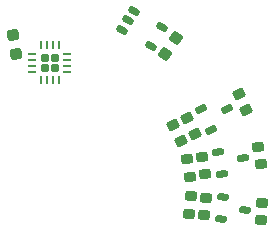
<source format=gbr>
%TF.GenerationSoftware,KiCad,Pcbnew,7.0.6*%
%TF.CreationDate,2024-04-30T01:46:30+02:00*%
%TF.ProjectId,amulet_encoder,616d756c-6574-45f6-956e-636f6465722e,1.0*%
%TF.SameCoordinates,PX7829b80PY6b49d20*%
%TF.FileFunction,Paste,Top*%
%TF.FilePolarity,Positive*%
%FSLAX46Y46*%
G04 Gerber Fmt 4.6, Leading zero omitted, Abs format (unit mm)*
G04 Created by KiCad (PCBNEW 7.0.6) date 2024-04-30 01:46:30*
%MOMM*%
%LPD*%
G01*
G04 APERTURE LIST*
G04 Aperture macros list*
%AMRoundRect*
0 Rectangle with rounded corners*
0 $1 Rounding radius*
0 $2 $3 $4 $5 $6 $7 $8 $9 X,Y pos of 4 corners*
0 Add a 4 corners polygon primitive as box body*
4,1,4,$2,$3,$4,$5,$6,$7,$8,$9,$2,$3,0*
0 Add four circle primitives for the rounded corners*
1,1,$1+$1,$2,$3*
1,1,$1+$1,$4,$5*
1,1,$1+$1,$6,$7*
1,1,$1+$1,$8,$9*
0 Add four rect primitives between the rounded corners*
20,1,$1+$1,$2,$3,$4,$5,0*
20,1,$1+$1,$4,$5,$6,$7,0*
20,1,$1+$1,$6,$7,$8,$9,0*
20,1,$1+$1,$8,$9,$2,$3,0*%
G04 Aperture macros list end*
%ADD10RoundRect,0.237500X0.299753X-0.188309X0.217271X0.279474X-0.299753X0.188309X-0.217271X-0.279474X0*%
%ADD11RoundRect,0.212500X-0.350370X0.071088X-0.170757X-0.314093X0.350370X-0.071088X0.170757X0.314093X0*%
%ADD12RoundRect,0.212500X-0.267885X0.236749X-0.304927X-0.186634X0.267885X-0.236749X0.304927X0.186634X0*%
%ADD13RoundRect,0.212500X-0.320032X0.159348X-0.246232X-0.259195X0.320032X-0.159348X0.246232X0.259195X0*%
%ADD14RoundRect,0.150000X-0.378109X0.045096X0.228109X-0.304904X0.378109X-0.045096X-0.228109X0.304904X0*%
%ADD15RoundRect,0.237500X-0.078803X0.345112X-0.351252X-0.043985X0.078803X-0.345112X0.351252X0.043985X0*%
%ADD16RoundRect,0.062500X0.312500X-0.062500X0.312500X0.062500X-0.312500X0.062500X-0.312500X-0.062500X0*%
%ADD17RoundRect,0.062500X0.062500X-0.312500X0.062500X0.312500X-0.062500X0.312500X-0.062500X-0.312500X0*%
%ADD18RoundRect,0.172500X0.172500X-0.172500X0.172500X0.172500X-0.172500X0.172500X-0.172500X-0.172500X0*%
%ADD19RoundRect,0.150000X-0.361742X-0.118925X0.335595X-0.179934X0.361742X0.118925X-0.335595X0.179934X0*%
%ADD20RoundRect,0.150000X-0.318635X-0.208498X0.370730X-0.086944X0.318635X0.208498X-0.370730X0.086944X0*%
%ADD21RoundRect,0.150000X-0.253815X-0.283863X0.380600X0.011970X0.253815X0.283863X-0.380600X-0.011970X0*%
G04 APERTURE END LIST*
D10*
%TO.C,C4*%
X19750000Y34250000D03*
X19472162Y35825692D03*
%TD*%
D11*
%TO.C,R2*%
X33058730Y28251149D03*
X33692658Y26891687D03*
%TD*%
D12*
%TO.C,R8*%
X40465756Y20175339D03*
X40596490Y21669631D03*
%TD*%
D13*
%TO.C,R4*%
X35467710Y25548137D03*
X35728182Y24070925D03*
%TD*%
D11*
%TO.C,R1*%
X34870860Y27441090D03*
X34236932Y28800552D03*
%TD*%
D13*
%TO.C,R6*%
X34187457Y25322384D03*
X34447929Y23845172D03*
%TD*%
D14*
%TO.C,U2*%
X32079185Y36541629D03*
X31129185Y34896181D03*
X28747615Y36271181D03*
X29222615Y37093905D03*
X29697615Y37916629D03*
%TD*%
D12*
%TO.C,R5*%
X34519702Y22201273D03*
X34388968Y20706981D03*
%TD*%
D15*
%TO.C,C3*%
X33272257Y35561726D03*
X32354535Y34251082D03*
%TD*%
D16*
%TO.C,U1*%
X21125000Y32750000D03*
X21125000Y33250000D03*
X21125000Y33750000D03*
X21125000Y34250000D03*
D17*
X21850000Y34975000D03*
X22350000Y34975000D03*
X22850000Y34975000D03*
X23350000Y34975000D03*
D16*
X24075000Y34250000D03*
X24075000Y33750000D03*
X24075000Y33250000D03*
X24075000Y32750000D03*
D17*
X23350000Y32025000D03*
X22850000Y32025000D03*
X22350000Y32025000D03*
X21850000Y32025000D03*
D18*
X23025000Y33925000D03*
X22175000Y33925000D03*
X23025000Y33075000D03*
X22175000Y33075000D03*
%TD*%
D19*
%TO.C,Q2*%
X37226865Y22165201D03*
X37061269Y20272431D03*
X39136457Y21044504D03*
%TD*%
D13*
%TO.C,R9*%
X40455256Y24904424D03*
X40194784Y26381636D03*
%TD*%
D11*
%TO.C,R7*%
X39221136Y29469658D03*
X38587208Y30829120D03*
%TD*%
D20*
%TO.C,Q3*%
X36811709Y25988189D03*
X37141641Y24117054D03*
X38946291Y25399918D03*
%TD*%
D21*
%TO.C,Q1*%
X35421239Y29573481D03*
X36224214Y27851496D03*
X37635342Y29557725D03*
%TD*%
D12*
%TO.C,R3*%
X35814756Y22087973D03*
X35684022Y20593681D03*
%TD*%
M02*

</source>
